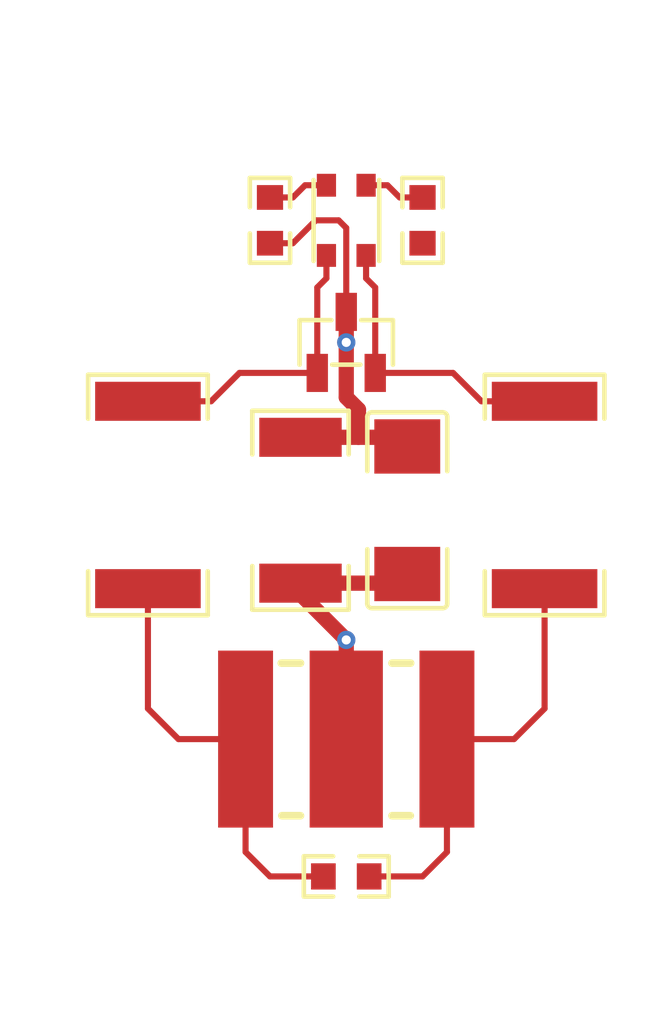
<source format=kicad_pcb>
(kicad_pcb (version 20241229) (generator "pcbnew") (generator_version "9.0")
  (layers (0 "F.Cu" signal) (2 "B.Cu" signal) (13 "F.Paste" user) (15 "B.Paste" user) (5 "F.SilkS" user "F.Silkscreen") (7 "B.SilkS" user "B.Silkscreen") (1 "F.Mask" user) (3 "B.Mask" user) (25 "Edge.Cuts" user))
  (net 0 "")
  (net 1 "tube_1")
  (net 2 "line-3")
  (net 3 "tube_2")
  (net 4 "earth")
  (net 5 "hv")
  (net 6 "line-1")
  (net 7 "line")
  (net 8 "gnd")
  (net 9 "line-2")
  (footprint "atopile:FILTER-SMD_4P-L2.5-W2.0-BL-83ef72" (layer "F.Cu") (at 0 -17 90)
    (property "Reference" "FL1" (hide yes))
    (property "Value" "")
    (fp_line (start -1.33 -1.07) (end 1.32 -1.07) (stroke (width 0.15)) (layer "F.SilkS"))
    (fp_line (start -1.33 1.08) (end 1.32 1.08) (stroke (width 0.15)) (layer "F.SilkS"))
    (pad "1" smd rect (at -1.15 -0.65 0) (size 0.63 0.75) (layers "F.Cu" "F.Mask" "F.Paste") (net 9 "line-2"))
    (pad "2" smd rect (at -1.15 0.65 0) (size 0.63 0.75) (layers "F.Cu" "F.Mask" "F.Paste") (net 6 "line-1"))
    (pad "3" smd rect (at 1.15 0.65 0) (size 0.63 0.75) (layers "F.Cu" "F.Mask" "F.Paste") (net 7 "line"))
    (pad "4" smd rect (at 1.15 -0.65 0) (size 0.63 0.75) (layers "F.Cu" "F.Mask" "F.Paste") (net 2 "line-3"))
  )
  (footprint "atopile:DIO-DT-SMD_L7.2-W5.0-9a878e" (layer "F.Cu") (at 0 0 0)
    (property "Reference" "GDT1" (hide yes))
    (property "Value" "")
    (fp_line (start -2.13 -2.49) (end -1.5 -2.49) (stroke (width 0.25)) (layer "F.SilkS"))
    (fp_line (start -2.11 2.51) (end -1.5 2.51) (stroke (width 0.25)) (layer "F.SilkS"))
    (fp_line (start 1.5 -2.49) (end 2.11 -2.49) (stroke (width 0.25)) (layer "F.SilkS"))
    (fp_line (start 1.5 2.51) (end 2.1 2.51) (stroke (width 0.25)) (layer "F.SilkS"))
    (pad "1" smd rect (at -3.3 0 0) (size 1.8 5.8) (layers "F.Cu" "F.Mask" "F.Paste") (net 1 "tube_1"))
    (pad "2" smd rect (at 0 0 0) (size 2.4 5.8) (layers "F.Cu" "F.Mask" "F.Paste") (net 4 "earth"))
    (pad "3" smd rect (at 3.3 0 0) (size 1.8 5.8) (layers "F.Cu" "F.Mask" "F.Paste") (net 3 "tube_2"))
  )
  (footprint "atopile:R0603-ebcab9" (layer "F.Cu") (at 2.5 -17 -90)
    (property "Reference" "R4" (hide yes))
    (property "Value" "390Ω ±1% 100mW")
    (fp_line (start -1.39 0.66) (end -1.39 -0.66) (stroke (width 0.15)) (layer "F.SilkS"))
    (fp_line (start -0.43 0.66) (end -1.39 0.66) (stroke (width 0.15)) (layer "F.SilkS"))
    (fp_line (start 0.43 0.66) (end 1.39 0.66) (stroke (width 0.15)) (layer "F.SilkS"))
    (fp_line (start 1.39 0.66) (end 1.39 -0.66) (stroke (width 0.15)) (layer "F.SilkS"))
    (fp_line (start -1.39 -0.66) (end -0.43 -0.66) (stroke (width 0.15)) (layer "F.SilkS"))
    (fp_line (start 1.39 -0.66) (end 0.43 -0.66) (stroke (width 0.15)) (layer "F.SilkS"))
    (pad "1" smd rect (at -0.75 0 270) (size 0.81 0.86) (layers "F.Cu" "F.Mask" "F.Paste") (net 7 "line"))
    (pad "2" smd rect (at 0.75 0 270) (size 0.81 0.86) (layers "F.Cu" "F.Mask" "F.Paste") (net 5 "hv"))
  )
  (footprint "atopile:R0603-ebcab9" (layer "F.Cu") (at 0 4.5 0)
    (property "Reference" "R6" (hide yes))
    (property "Value" "120Ω ±1% 100mW")
    (fp_line (start -1.39 -0.66) (end -0.43 -0.66) (stroke (width 0.15)) (layer "F.SilkS"))
    (fp_line (start -1.39 0.66) (end -1.39 -0.66) (stroke (width 0.15)) (layer "F.SilkS"))
    (fp_line (start -0.43 0.66) (end -1.39 0.66) (stroke (width 0.15)) (layer "F.SilkS"))
    (fp_line (start 0.43 0.66) (end 1.39 0.66) (stroke (width 0.15)) (layer "F.SilkS"))
    (fp_line (start 1.39 -0.66) (end 0.43 -0.66) (stroke (width 0.15)) (layer "F.SilkS"))
    (fp_line (start 1.39 0.66) (end 1.39 -0.66) (stroke (width 0.15)) (layer "F.SilkS"))
    (pad "1" smd rect (at -0.75 0 0) (size 0.81 0.86) (layers "F.Cu" "F.Mask" "F.Paste") (net 1 "tube_1"))
    (pad "2" smd rect (at 0.75 0 0) (size 0.81 0.86) (layers "F.Cu" "F.Mask" "F.Paste") (net 3 "tube_2"))
  )
  (footprint "atopile:R2512-78e9bd" (layer "F.Cu") (at 6.5 -8 -90)
    (property "Reference" "R1" (hide yes))
    (property "Value" "2.7Ω ±1% 1W")
    (fp_line (start -3.94 1.96) (end -3.94 -1.96) (stroke (width 0.15)) (layer "F.SilkS"))
    (fp_line (start -2.5 1.96) (end -3.94 1.96) (stroke (width 0.15)) (layer "F.SilkS"))
    (fp_line (start 2.5 1.96) (end 3.94 1.96) (stroke (width 0.15)) (layer "F.SilkS"))
    (fp_line (start 3.94 1.96) (end 3.94 -1.96) (stroke (width 0.15)) (layer "F.SilkS"))
    (fp_line (start -3.94 -1.96) (end -2.5 -1.96) (stroke (width 0.15)) (layer "F.SilkS"))
    (fp_line (start 3.94 -1.96) (end 2.5 -1.96) (stroke (width 0.15)) (layer "F.SilkS"))
    (pad "1" smd rect (at -3.07 0 270) (size 1.28 3.46) (layers "F.Cu" "F.Mask" "F.Paste") (net 6 "line-1"))
    (pad "2" smd rect (at 3.07 0 270) (size 1.28 3.46) (layers "F.Cu" "F.Mask" "F.Paste") (net 3 "tube_2"))
  )
  (footprint "atopile:SOT-23-3_L2.9-W1.3-P1.90-LS2.4-BR-688f29" (layer "F.Cu") (at 0 -13 -90)
    (property "Reference" "U1" (hide yes))
    (property "Value" "")
    (fp_line (start -0.73 1.53) (end -0.73 0.49) (stroke (width 0.15)) (layer "F.SilkS"))
    (fp_line (start 0.73 1.53) (end -0.73 1.53) (stroke (width 0.15)) (layer "F.SilkS"))
    (fp_line (start 0.73 -0.46) (end 0.73 0.46) (stroke (width 0.15)) (layer "F.SilkS"))
    (fp_line (start -0.73 -1.53) (end -0.73 -0.49) (stroke (width 0.15)) (layer "F.SilkS"))
    (fp_line (start 0.73 -1.53) (end -0.73 -1.53) (stroke (width 0.15)) (layer "F.SilkS"))
    (pad "1" smd rect (at 1 0.95 270) (size 1.25 0.7) (layers "F.Cu" "F.Mask" "F.Paste") (net 9 "line-2"))
    (pad "2" smd rect (at 1 -0.95 270) (size 1.25 0.7) (layers "F.Cu" "F.Mask" "F.Paste") (net 6 "line-1"))
    (pad "3" smd rect (at -1 0 270) (size 1.25 0.7) (layers "F.Cu" "F.Mask" "F.Paste") (net 8 "gnd"))
  )
  (footprint "atopile:R0603-ebcab9" (layer "F.Cu") (at -2.5 -17 -90)
    (property "Reference" "R5" (hide yes))
    (property "Value" "390Ω ±1% 100mW")
    (fp_line (start -1.39 0.66) (end -1.39 -0.66) (stroke (width 0.15)) (layer "F.SilkS"))
    (fp_line (start -0.43 0.66) (end -1.39 0.66) (stroke (width 0.15)) (layer "F.SilkS"))
    (fp_line (start 0.43 0.66) (end 1.39 0.66) (stroke (width 0.15)) (layer "F.SilkS"))
    (fp_line (start 1.39 0.66) (end 1.39 -0.66) (stroke (width 0.15)) (layer "F.SilkS"))
    (fp_line (start -1.39 -0.66) (end -0.43 -0.66) (stroke (width 0.15)) (layer "F.SilkS"))
    (fp_line (start 1.39 -0.66) (end 0.43 -0.66) (stroke (width 0.15)) (layer "F.SilkS"))
    (pad "1" smd rect (at -0.75 0 270) (size 0.81 0.86) (layers "F.Cu" "F.Mask" "F.Paste") (net 2 "line-3"))
    (pad "2" smd rect (at 0.75 0 270) (size 0.81 0.86) (layers "F.Cu" "F.Mask" "F.Paste") (net 8 "gnd"))
  )
  (footprint "atopile:R2512-78e9bd" (layer "F.Cu") (at -6.5 -8 -90)
    (property "Reference" "R2" (hide yes))
    (property "Value" "2.7Ω ±1% 1W")
    (fp_line (start -3.94 1.96) (end -3.94 -1.96) (stroke (width 0.15)) (layer "F.SilkS"))
    (fp_line (start -2.5 1.96) (end -3.94 1.96) (stroke (width 0.15)) (layer "F.SilkS"))
    (fp_line (start 2.5 1.96) (end 3.94 1.96) (stroke (width 0.15)) (layer "F.SilkS"))
    (fp_line (start 3.94 1.96) (end 3.94 -1.96) (stroke (width 0.15)) (layer "F.SilkS"))
    (fp_line (start -3.94 -1.96) (end -2.5 -1.96) (stroke (width 0.15)) (layer "F.SilkS"))
    (fp_line (start 3.94 -1.96) (end 2.5 -1.96) (stroke (width 0.15)) (layer "F.SilkS"))
    (pad "1" smd rect (at -3.07 0 270) (size 1.28 3.46) (layers "F.Cu" "F.Mask" "F.Paste") (net 9 "line-2"))
    (pad "2" smd rect (at 3.07 0 270) (size 1.28 3.46) (layers "F.Cu" "F.Mask" "F.Paste") (net 1 "tube_1"))
  )
  (footprint "atopile:C1808-cc38be" (layer "F.Cu") (at 2 -7.5 -90)
    (property "Reference" "C1" (hide yes))
    (property "Value" "1nF ±10% 2kV X7R")
    (fp_line (start -3.06 1.31) (end -1.28 1.31) (stroke (width 0.15)) (layer "F.SilkS"))
    (fp_line (start 3.06 1.31) (end 1.28 1.31) (stroke (width 0.15)) (layer "F.SilkS"))
    (fp_line (start -3.21 -1.16) (end -3.21 1.16) (stroke (width 0.15)) (layer "F.SilkS"))
    (fp_line (start 3.21 -1.16) (end 3.21 1.16) (stroke (width 0.15)) (layer "F.SilkS"))
    (fp_line (start -1.28 -1.31) (end -3.06 -1.31) (stroke (width 0.15)) (layer "F.SilkS"))
    (fp_line (start 1.28 -1.31) (end 3.06 -1.31) (stroke (width 0.15)) (layer "F.SilkS"))
    (fp_arc (start -3.06 1.31) (mid -3.166066 1.266066) (end -3.21 1.16) (stroke (width 0.15)) (layer "F.SilkS"))
    (fp_arc (start 3.21 1.16) (mid 3.166066 1.266066) (end 3.06 1.31) (stroke (width 0.15)) (layer "F.SilkS"))
    (fp_arc (start -3.21 -1.16) (mid -3.166066 -1.266066) (end -3.06 -1.31) (stroke (width 0.15)) (layer "F.SilkS"))
    (fp_arc (start 3.06 -1.31) (mid 3.166066 -1.266066) (end 3.21 -1.16) (stroke (width 0.15)) (layer "F.SilkS"))
    (pad "1" smd rect (at -2.09 0 270) (size 1.78 2.16) (layers "F.Cu" "F.Mask" "F.Paste") (net 8 "gnd"))
    (pad "2" smd rect (at 2.09 0 270) (size 1.78 2.16) (layers "F.Cu" "F.Mask" "F.Paste") (net 4 "earth"))
  )
  (footprint "atopile:R2010-e92f2a" (layer "F.Cu") (at -1.5 -7.5 -90)
    (property "Reference" "R3" (hide yes))
    (property "Value" "1MΩ ±1% 750mW")
    (fp_line (start -3.26 1.58) (end -3.26 -1.58) (stroke (width 0.15)) (layer "F.SilkS"))
    (fp_line (start -1.83 1.58) (end -3.26 1.58) (stroke (width 0.15)) (layer "F.SilkS"))
    (fp_line (start 1.83 1.58) (end 3.26 1.58) (stroke (width 0.15)) (layer "F.SilkS"))
    (fp_line (start 3.26 1.58) (end 3.26 -1.58) (stroke (width 0.15)) (layer "F.SilkS"))
    (fp_line (start -3.26 -1.58) (end -1.83 -1.58) (stroke (width 0.15)) (layer "F.SilkS"))
    (fp_line (start 3.26 -1.58) (end 1.83 -1.58) (stroke (width 0.15)) (layer "F.SilkS"))
    (pad "1" smd rect (at -2.39 0 270) (size 1.28 2.7) (layers "F.Cu" "F.Mask" "F.Paste") (net 8 "gnd"))
    (pad "2" smd rect (at 2.39 0 270) (size 1.28 2.7) (layers "F.Cu" "F.Mask" "F.Paste") (net 4 "earth"))
  )
  (via (at 0 -3.25) (size 0.6) (drill 0.3) (layers "F.Cu" "B.Cu") (net 4))
  (via (at 0 -13) (size 0.6) (drill 0.3) (layers "F.Cu" "B.Cu") (net 8))
  (segment (start -6.5 -4.93) (end -6.5 -1) (width 0.2) (net 1) (layer "F.Cu"))
  (segment (start -3.3 3.7) (end -2.5 4.5) (width 0.2) (net 1) (layer "F.Cu"))
  (segment (start -6.5 -1) (end -5.5 0) (width 0.2) (net 1) (layer "F.Cu"))
  (segment (start -2.5 4.5) (end -0.75 4.5) (width 0.2) (net 1) (layer "F.Cu"))
  (segment (start -5.5 0) (end -3.3 0) (width 0.2) (net 1) (layer "F.Cu"))
  (segment (start -3.3 0) (end -3.3 3.7) (width 0.2) (net 1) (layer "F.Cu"))
  (segment (start -1.35 -18.15) (end -0.65 -18.15) (width 0.2) (net 2) (layer "F.Cu"))
  (segment (start -2.5 -17.75) (end -1.75 -17.75) (width 0.2) (net 2) (layer "F.Cu"))
  (segment (start -1.75 -17.75) (end -1.35 -18.15) (width 0.2) (net 2) (layer "F.Cu"))
  (segment (start 6.5 -1) (end 5.5 0) (width 0.2) (net 3) (layer "F.Cu"))
  (segment (start 5.5 0) (end 3.3 0) (width 0.2) (net 3) (layer "F.Cu"))
  (segment (start 3.3 0) (end 3.3 3.7) (width 0.2) (net 3) (layer "F.Cu"))
  (segment (start 6.5 -4.93) (end 6.5 -1) (width 0.2) (net 3) (layer "F.Cu"))
  (segment (start 2.5 4.5) (end 0.75 4.5) (width 0.2) (net 3) (layer "F.Cu"))
  (segment (start 3.3 3.7) (end 2.5 4.5) (width 0.2) (net 3) (layer "F.Cu"))
  (segment (start 1.7 -5.11) (end 2 -5.41) (width 0.5) (net 4) (layer "F.Cu"))
  (segment (start -1.5 -5.11) (end 1.7 -5.11) (width 0.5) (net 4) (layer "F.Cu"))
  (segment (start 0 -3.25) (end -1.5 -4.75) (width 0.5) (net 4) (layer "F.Cu"))
  (segment (start -1.5 -4.75) (end -1.5 -5.11) (width 0.5) (net 4) (layer "F.Cu"))
  (segment (start 0 0) (end 0 -3.25) (width 0.5) (net 4) (layer "F.Cu"))
  (segment (start 6.5 -11.07) (end 4.43 -11.07) (width 0.2) (net 6) (layer "F.Cu"))
  (segment (start 4.43 -11.07) (end 3.5 -12) (width 0.2) (net 6) (layer "F.Cu"))
  (segment (start 0.95 -12) (end 3.5 -12) (width 0.2) (net 6) (layer "F.Cu"))
  (segment (start 0.65 -15.1) (end 0.65 -15.85) (width 0.2) (net 6) (layer "F.Cu"))
  (segment (start 0.95 -12) (end 0.95 -14.8) (width 0.2) (net 6) (layer "F.Cu"))
  (segment (start 0.95 -14.8) (end 0.65 -15.1) (width 0.2) (net 6) (layer "F.Cu"))
  (segment (start 1.35 -18.15) (end 1.75 -17.75) (width 0.2) (net 7) (layer "F.Cu"))
  (segment (start 0.65 -18.15) (end 1.35 -18.15) (width 0.2) (net 7) (layer "F.Cu"))
  (segment (start 1.75 -17.75) (end 2.5 -17.75) (width 0.2) (net 7) (layer "F.Cu"))
  (segment (start 0 -14) (end 0 -13) (width 0.5) (net 8) (layer "F.Cu"))
  (segment (start -2.5 -16.25) (end -1.75 -16.25) (width 0.2) (net 8) (layer "F.Cu"))
  (segment (start 0 -13) (end 0 -11.2) (width 0.5) (net 8) (layer "F.Cu"))
  (segment (start -1 -17) (end -0.25 -17) (width 0.2) (net 8) (layer "F.Cu"))
  (segment (start 0.4 -9.89) (end 1.7 -9.89) (width 0.5) (net 8) (layer "F.Cu"))
  (segment (start 0 -11.2) (end 0.4 -10.8) (width 0.5) (net 8) (layer "F.Cu"))
  (segment (start -1.5 -9.89) (end 0.4 -9.89) (width 0.5) (net 8) (layer "F.Cu"))
  (segment (start 0.4 -10.8) (end 0.4 -9.89) (width 0.5) (net 8) (layer "F.Cu"))
  (segment (start 1.7 -9.89) (end 2 -9.59) (width 0.5) (net 8) (layer "F.Cu"))
  (segment (start -0.25 -17) (end 0 -16.75) (width 0.2) (net 8) (layer "F.Cu"))
  (segment (start -1.75 -16.25) (end -1 -17) (width 0.2) (net 8) (layer "F.Cu"))
  (segment (start 0 -16.75) (end 0 -14) (width 0.2) (net 8) (layer "F.Cu"))
  (segment (start -0.95 -12) (end -3.5 -12) (width 0.2) (net 9) (layer "F.Cu"))
  (segment (start -3.5 -12) (end -4.43 -11.07) (width 0.2) (net 9) (layer "F.Cu"))
  (segment (start -0.65 -15.1) (end -0.65 -15.85) (width 0.2) (net 9) (layer "F.Cu"))
  (segment (start -4.43 -11.07) (end -6.5 -11.07) (width 0.2) (net 9) (layer "F.Cu"))
  (segment (start -0.95 -14.8) (end -0.65 -15.1) (width 0.2) (net 9) (layer "F.Cu"))
  (segment (start -0.95 -12) (end -0.95 -14.8) (width 0.2) (net 9) (layer "F.Cu"))
)
</source>
